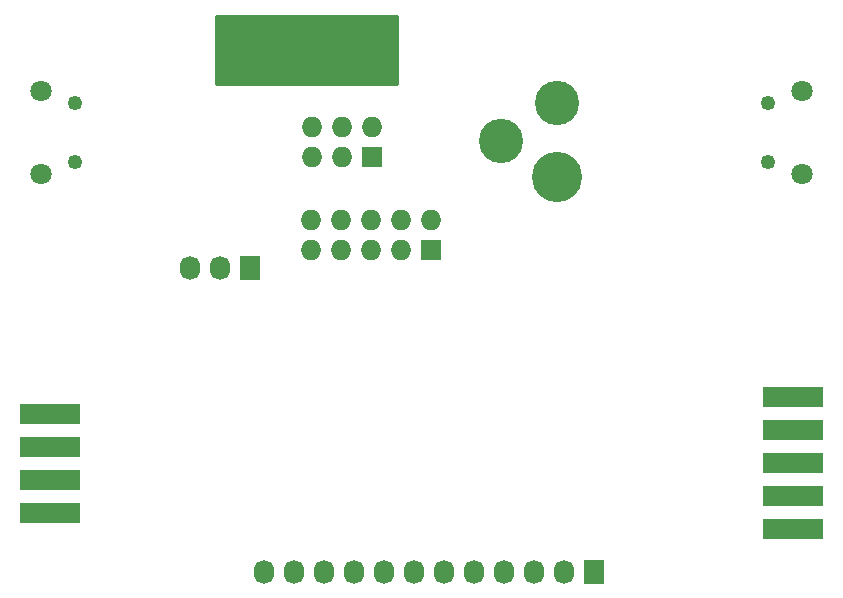
<source format=gbs>
G04 #@! TF.FileFunction,Soldermask,Bot*
%FSLAX46Y46*%
G04 Gerber Fmt 4.6, Leading zero omitted, Abs format (unit mm)*
G04 Created by KiCad (PCBNEW (2015-07-11 BZR 5925, Git c291b88)-product) date 9/14/2015 2:45:30 PM*
%MOMM*%
G01*
G04 APERTURE LIST*
%ADD10C,0.100000*%
%ADD11R,5.080000X1.778000*%
%ADD12R,1.727200X1.727200*%
%ADD13O,1.727200X1.727200*%
%ADD14R,1.727200X2.032000*%
%ADD15O,1.727200X2.032000*%
%ADD16C,1.800000*%
%ADD17C,1.250000*%
%ADD18C,3.750000*%
%ADD19C,4.250000*%
%ADD20C,0.254000*%
G04 APERTURE END LIST*
D10*
D11*
X42540000Y-147191000D03*
X42540000Y-144397000D03*
X42540000Y-141603000D03*
X42540000Y-138809000D03*
D12*
X74800000Y-125000000D03*
D13*
X74800000Y-122460000D03*
X72260000Y-125000000D03*
X72260000Y-122460000D03*
X69720000Y-125000000D03*
X69720000Y-122460000D03*
X67180000Y-125000000D03*
X67180000Y-122460000D03*
X64640000Y-125000000D03*
X64640000Y-122460000D03*
D12*
X69800000Y-117100000D03*
D13*
X69800000Y-114560000D03*
X67260000Y-117100000D03*
X67260000Y-114560000D03*
X64720000Y-117100000D03*
X64720000Y-114560000D03*
D14*
X59500000Y-126500000D03*
D15*
X56960000Y-126500000D03*
X54420000Y-126500000D03*
D16*
X41762540Y-111499100D03*
D17*
X44662540Y-112499100D03*
X44662540Y-117499100D03*
D16*
X41762540Y-118499100D03*
X106237460Y-118500900D03*
D17*
X103337460Y-117500900D03*
X103337460Y-112500900D03*
D16*
X106237460Y-111500900D03*
D14*
X88600000Y-152200000D03*
D15*
X86060000Y-152200000D03*
X83520000Y-152200000D03*
X80980000Y-152200000D03*
X78440000Y-152200000D03*
X75900000Y-152200000D03*
X73360000Y-152200000D03*
X70820000Y-152200000D03*
X68280000Y-152200000D03*
X65740000Y-152200000D03*
X63200000Y-152200000D03*
X60660000Y-152200000D03*
D18*
X85500000Y-112500000D03*
D19*
X85500000Y-118740000D03*
D18*
X80700000Y-115750000D03*
D11*
X105460000Y-140206000D03*
X105460000Y-143000000D03*
X105460000Y-145794000D03*
X105460000Y-148588000D03*
X105460000Y-137412000D03*
D20*
G36*
X71873000Y-110873000D02*
X56627000Y-110873000D01*
X56627000Y-105127000D01*
X71873000Y-105127000D01*
X71873000Y-110873000D01*
X71873000Y-110873000D01*
G37*
X71873000Y-110873000D02*
X56627000Y-110873000D01*
X56627000Y-105127000D01*
X71873000Y-105127000D01*
X71873000Y-110873000D01*
M02*

</source>
